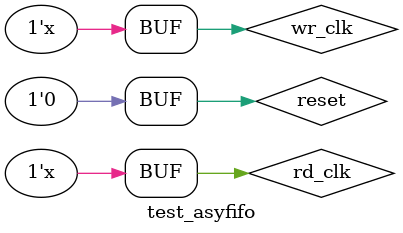
<source format=v>
`timescale 1ns / 1ps

module test_asyfifo;
reg wr_clk,rd_clk,reset;
wire wr_full,rd_empty;
wire [7:0] data_out;

asynchronous_FIFO dut(data_out, wr_full, rd_empty,
rd_clk, wr_clk, reset);


initial 
begin
wr_clk=0;
rd_clk=0;
reset=1;

end


initial
#5 reset=0;

always
#25 wr_clk=~wr_clk;

always
#250 rd_clk=~rd_clk;

endmodule

</source>
